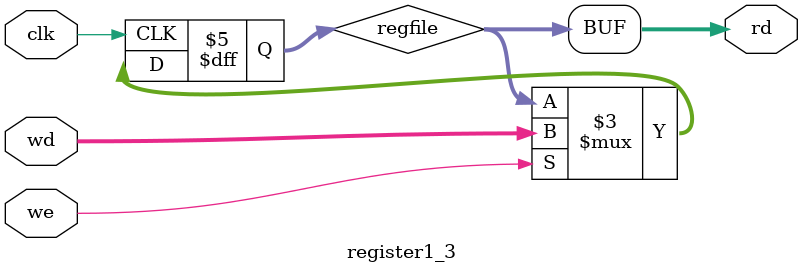
<source format=v>
`timescale 1ns / 1ps


module register1_3(
input clk,we,
input [2:0]wd,
output [2:0]rd
    );
    
reg [2:0] regfile;
initial regfile=0;

assign rd = regfile;

always@(posedge  clk) 

begin
    if(we)regfile<=wd;
end

endmodule

</source>
